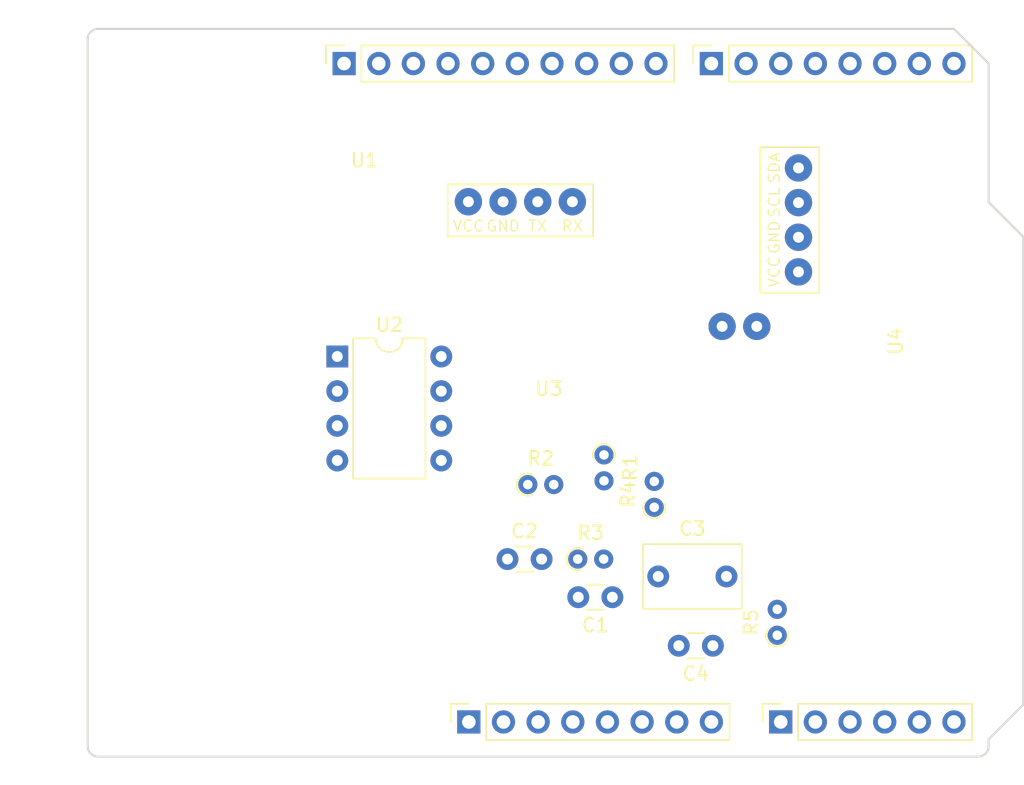
<source format=kicad_pcb>
(kicad_pcb (version 20211014) (generator pcbnew)
  (title_block (date "mar. 31 mars 2015"))
  (layers (0 "F.Cu" signal) (31 "B.Cu" signal) (34 "B.Paste" user) (35 "F.Paste" user) (36 "B.SilkS" user "B.Silkscreen") (37 "F.SilkS" user "F.Silkscreen") (38 "B.Mask" user) (39 "F.Mask" user) (44 "Edge.Cuts" user))
  (net 0 "")
  (net 1 "GND")
  (net 3 "+5V")
  (net 4 "/IOREF")
  (net 5 "/A0")
  (net 6 "/A1")
  (net 7 "/A2")
  (net 8 "/A3")
  (net 9 "/SDA{slash}A4")
  (net 10 "/SCL{slash}A5")
  (net 11 "/13")
  (net 12 "/12")
  (net 13 "/AREF")
  (net 14 "/8")
  (net 15 "/7")
  (net 16 "Net-(C1-Pad1)")
  (net 17 "/*9")
  (net 18 "/4")
  (net 19 "/2")
  (net 20 "/*6")
  (net 21 "/*5")
  (net 22 "/TX{slash}1")
  (net 23 "/*3")
  (net 24 "/RX{slash}0")
  (net 25 "+3V3")
  (net 26 "VCC")
  (net 27 "/~{RESET}")
  (net 28 "/*11{slash}RX")
  (net 29 "/*10{slash}TX")
  (net 30 "Net-(R1-Pad1)")
  (net 31 "Net-(C3-Pad2)")
  (net 32 "/A5")
  (net 33 "/A4")
  (footprint "Connector_PinSocket_2.54mm:PinSocket_1x08_P2.54mm_Vertical" (layer "F.Cu") (at 127.94 97.46 90)
    (fp_text reference "J1" hide)
    (fp_text value "Power")
    (fp_line (start -1.33 19.11) (end 1.33 19.11) (layer "F.SilkS") (width 0.12))
    (fp_line (start 1.33 1.27) (end 1.33 19.11) (layer "F.SilkS") (width 0.12))
    (fp_line (start -1.33 1.27) (end 1.33 1.27) (layer "F.SilkS") (width 0.12))
    (fp_line (start 0 -1.33) (end 1.33 -1.33) (layer "F.SilkS") (width 0.12))
    (fp_line (start 1.33 -1.33) (end 1.33 0) (layer "F.SilkS") (width 0.12))
    (fp_line (start -1.33 1.27) (end -1.33 19.11) (layer "F.SilkS") (width 0.12))
    (pad "1" thru_hole rect locked (at 0 0 90) (size 1.7 1.7) (drill 1) (layers *.Cu *.Mask))
    (pad "2" thru_hole oval locked (at 0 2.54 90) (size 1.7 1.7) (drill 1) (layers *.Cu *.Mask) (net 4 "/IOREF"))
    (pad "3" thru_hole oval locked (at 0 5.08 90) (size 1.7 1.7) (drill 1) (layers *.Cu *.Mask) (net 27 "/~{RESET}"))
    (pad "4" thru_hole oval locked (at 0 7.62 90) (size 1.7 1.7) (drill 1) (layers *.Cu *.Mask) (net 25 "+3V3"))
    (pad "5" thru_hole oval locked (at 0 10.16 90) (size 1.7 1.7) (drill 1) (layers *.Cu *.Mask) (net 3 "+5V"))
    (pad "6" thru_hole oval locked (at 0 12.7 90) (size 1.7 1.7) (drill 1) (layers *.Cu *.Mask) (net 1 "GND"))
    (pad "7" thru_hole oval locked (at 0 15.24 90) (size 1.7 1.7) (drill 1) (layers *.Cu *.Mask) (net 1 "GND"))
    (pad "8" thru_hole oval locked (at 0 17.78 90) (size 1.7 1.7) (drill 1) (layers *.Cu *.Mask) (net 26 "VCC"))
  )
  (footprint "Connector_PinSocket_2.54mm:PinSocket_1x06_P2.54mm_Vertical" (layer "F.Cu") (at 150.8 97.46 90)
    (fp_text reference "J3" hide)
    (fp_text value "Analog")
    (fp_line (start 1.33 1.27) (end 1.33 14.03) (layer "F.SilkS") (width 0.12))
    (fp_line (start 0 -1.33) (end 1.33 -1.33) (layer "F.SilkS") (width 0.12))
    (fp_line (start -1.33 1.27) (end 1.33 1.27) (layer "F.SilkS") (width 0.12))
    (fp_line (start -1.33 1.27) (end -1.33 14.03) (layer "F.SilkS") (width 0.12))
    (fp_line (start -1.33 14.03) (end 1.33 14.03) (layer "F.SilkS") (width 0.12))
    (fp_line (start 1.33 -1.33) (end 1.33 0) (layer "F.SilkS") (width 0.12))
    (pad "1" thru_hole rect locked (at 0 0 90) (size 1.7 1.7) (drill 1) (layers *.Cu *.Mask) (net 5 "/A0"))
    (pad "2" thru_hole oval locked (at 0 2.54 90) (size 1.7 1.7) (drill 1) (layers *.Cu *.Mask) (net 6 "/A1"))
    (pad "3" thru_hole oval locked (at 0 5.08 90) (size 1.7 1.7) (drill 1) (layers *.Cu *.Mask) (net 7 "/A2"))
    (pad "4" thru_hole oval locked (at 0 7.62 90) (size 1.7 1.7) (drill 1) (layers *.Cu *.Mask) (net 8 "/A3"))
    (pad "5" thru_hole oval locked (at 0 10.16 90) (size 1.7 1.7) (drill 1) (layers *.Cu *.Mask) (net 9 "/SDA{slash}A4"))
    (pad "6" thru_hole oval locked (at 0 12.7 90) (size 1.7 1.7) (drill 1) (layers *.Cu *.Mask) (net 10 "/SCL{slash}A5"))
  )
  (footprint "Connector_PinSocket_2.54mm:PinSocket_1x10_P2.54mm_Vertical" (layer "F.Cu") (at 118.796 49.2 90)
    (fp_text reference "J2" hide)
    (fp_text value "Digital/PWM")
    (fp_line (start -1.33 24.19) (end 1.33 24.19) (layer "F.SilkS") (width 0.12))
    (fp_line (start -1.33 1.27) (end -1.33 24.19) (layer "F.SilkS") (width 0.12))
    (fp_line (start 1.33 -1.33) (end 1.33 0) (layer "F.SilkS") (width 0.12))
    (fp_line (start 0 -1.33) (end 1.33 -1.33) (layer "F.SilkS") (width 0.12))
    (fp_line (start 1.33 1.27) (end 1.33 24.19) (layer "F.SilkS") (width 0.12))
    (fp_line (start -1.33 1.27) (end 1.33 1.27) (layer "F.SilkS") (width 0.12))
    (pad "1" thru_hole rect locked (at 0 0 90) (size 1.7 1.7) (drill 1) (layers *.Cu *.Mask) (net 10 "/SCL{slash}A5"))
    (pad "2" thru_hole oval locked (at 0 2.54 90) (size 1.7 1.7) (drill 1) (layers *.Cu *.Mask) (net 9 "/SDA{slash}A4"))
    (pad "3" thru_hole oval locked (at 0 5.08 90) (size 1.7 1.7) (drill 1) (layers *.Cu *.Mask) (net 13 "/AREF"))
    (pad "4" thru_hole oval locked (at 0 7.62 90) (size 1.7 1.7) (drill 1) (layers *.Cu *.Mask) (net 1 "GND"))
    (pad "5" thru_hole oval locked (at 0 10.16 90) (size 1.7 1.7) (drill 1) (layers *.Cu *.Mask) (net 11 "/13"))
    (pad "6" thru_hole oval locked (at 0 12.7 90) (size 1.7 1.7) (drill 1) (layers *.Cu *.Mask) (net 12 "/12"))
    (pad "7" thru_hole oval locked (at 0 15.24 90) (size 1.7 1.7) (drill 1) (layers *.Cu *.Mask) (net 28 "/*11{slash}RX"))
    (pad "8" thru_hole oval locked (at 0 17.78 90) (size 1.7 1.7) (drill 1) (layers *.Cu *.Mask) (net 29 "/*10{slash}TX"))
    (pad "9" thru_hole oval locked (at 0 20.32 90) (size 1.7 1.7) (drill 1) (layers *.Cu *.Mask) (net 17 "/*9"))
    (pad "10" thru_hole oval locked (at 0 22.86 90) (size 1.7 1.7) (drill 1) (layers *.Cu *.Mask) (net 14 "/8"))
  )
  (footprint "Connector_PinSocket_2.54mm:PinSocket_1x08_P2.54mm_Vertical" (layer "F.Cu") (at 145.72 49.2 90)
    (fp_text reference "J4" hide)
    (fp_text value "Digital/PWM")
    (fp_line (start -1.33 19.11) (end 1.33 19.11) (layer "F.SilkS") (width 0.12))
    (fp_line (start -1.33 1.27) (end -1.33 19.11) (layer "F.SilkS") (width 0.12))
    (fp_line (start 0 -1.33) (end 1.33 -1.33) (layer "F.SilkS") (width 0.12))
    (fp_line (start -1.33 1.27) (end 1.33 1.27) (layer "F.SilkS") (width 0.12))
    (fp_line (start 1.33 -1.33) (end 1.33 0) (layer "F.SilkS") (width 0.12))
    (fp_line (start 1.33 1.27) (end 1.33 19.11) (layer "F.SilkS") (width 0.12))
    (pad "1" thru_hole rect locked (at 0 0 90) (size 1.7 1.7) (drill 1) (layers *.Cu *.Mask) (net 15 "/7"))
    (pad "2" thru_hole oval locked (at 0 2.54 90) (size 1.7 1.7) (drill 1) (layers *.Cu *.Mask) (net 20 "/*6"))
    (pad "3" thru_hole oval locked (at 0 5.08 90) (size 1.7 1.7) (drill 1) (layers *.Cu *.Mask) (net 21 "/*5"))
    (pad "4" thru_hole oval locked (at 0 7.62 90) (size 1.7 1.7) (drill 1) (layers *.Cu *.Mask) (net 18 "/4"))
    (pad "5" thru_hole oval locked (at 0 10.16 90) (size 1.7 1.7) (drill 1) (layers *.Cu *.Mask) (net 23 "/*3"))
    (pad "6" thru_hole oval locked (at 0 12.7 90) (size 1.7 1.7) (drill 1) (layers *.Cu *.Mask) (net 19 "/2"))
    (pad "7" thru_hole oval locked (at 0 15.24 90) (size 1.7 1.7) (drill 1) (layers *.Cu *.Mask) (net 22 "/TX{slash}1"))
    (pad "8" thru_hole oval locked (at 0 17.78 90) (size 1.7 1.7) (drill 1) (layers *.Cu *.Mask) (net 24 "/RX{slash}0"))
  )
  (footprint "Resistor_THT:R_Axial_DIN0204_L3.6mm_D1.6mm_P1.90mm_Vertical" (layer "F.Cu") (at 135.925 85.522)
    (fp_text reference "R3" (at 0.95 -1.92) (layer "F.SilkS"))
    (fp_text value "R")
    (fp_arc (start 0.320095 0.749359) (mid -0.813042 -0.054435) (end 0.417133 -0.7) (layer "F.SilkS") (width 0.12))
    (pad "1" thru_hole circle (at 0 0) (size 1.4 1.4) (drill 0.7) (layers *.Cu *.Mask) (net 1 "GND"))
    (pad "2" thru_hole oval (at 1.9 0) (size 1.4 1.4) (drill 0.7) (layers *.Cu *.Mask) (net 16 "Net-(C1-Pad1)"))
  )
  (footprint "Resistor_THT:R_Axial_DIN0204_L3.6mm_D1.6mm_P1.90mm_Vertical" (layer "F.Cu") (at 141.529 81.728 90)
    (fp_text reference "R4" (at 0.95 -1.92 90) (layer "F.SilkS"))
    (fp_text value "R")
    (fp_arc (start 0.320095 0.749359) (mid -0.813042 -0.054435) (end 0.417133 -0.7) (layer "F.SilkS") (width 0.12))
    (pad "1" thru_hole circle (at 0 0 90) (size 1.4 1.4) (drill 0.7) (layers *.Cu *.Mask) (net 31 "Net-(C3-Pad2)"))
    (pad "2" thru_hole oval (at 1.9 0 90) (size 1.4 1.4) (drill 0.7) (layers *.Cu *.Mask) (net 16 "Net-(C1-Pad1)"))
  )
  (footprint "Capacitor_THT:C_Rect_L7.0mm_W4.5mm_P5.00mm" (layer "F.Cu") (at 141.823 86.792)
    (fp_text reference "C3" (at 2.5 -3.5) (layer "F.SilkS"))
    (fp_text value "C")
    (fp_line (start -1.12 -2.37) (end -1.12 2.37) (layer "F.SilkS") (width 0.12))
    (fp_line (start -1.12 -2.37) (end 6.12 -2.37) (layer "F.SilkS") (width 0.12))
    (fp_line (start 6.12 -2.37) (end 6.12 2.37) (layer "F.SilkS") (width 0.12))
    (fp_line (start -1.12 2.37) (end 6.12 2.37) (layer "F.SilkS") (width 0.12))
    (pad "1" thru_hole circle (at 0 0) (size 1.6 1.6) (drill 0.8) (layers *.Cu *.Mask) (net 16 "Net-(C1-Pad1)"))
    (pad "2" thru_hole circle (at 5 0) (size 1.6 1.6) (drill 0.8) (layers *.Cu *.Mask) (net 31 "Net-(C3-Pad2)"))
  )
  (footprint "Capacitor_THT:C_Disc_D3.0mm_W1.6mm_P2.50mm" (layer "F.Cu") (at 130.774 85.522)
    (fp_text reference "C2" (at 1.25 -2.05) (layer "F.SilkS"))
    (fp_text value "C")
    (fp_line (start 0.621 0.92) (end 1.879 0.92) (layer "F.SilkS") (width 0.12))
    (fp_line (start 0.621 -0.92) (end 1.879 -0.92) (layer "F.SilkS") (width 0.12))
    (pad "1" thru_hole circle (at 0 0) (size 1.6 1.6) (drill 0.8) (layers *.Cu *.Mask) (net 3 "+5V"))
    (pad "2" thru_hole circle (at 2.5 0) (size 1.6 1.6) (drill 0.8) (layers *.Cu *.Mask) (net 1 "GND"))
  )
  (footprint "Resistor_THT:R_Axial_DIN0204_L3.6mm_D1.6mm_P1.90mm_Vertical" (layer "F.Cu") (at 150.546 91.105 90)
    (fp_text reference "R5" (at 0.95 -1.92 90) (layer "F.SilkS"))
    (fp_text value "R")
    (fp_arc (start 0.320095 0.749359) (mid -0.813042 -0.054435) (end 0.417133 -0.7) (layer "F.SilkS") (width 0.12))
    (pad "1" thru_hole circle (at 0 0 90) (size 1.4 1.4) (drill 0.7) (layers *.Cu *.Mask) (net 5 "/A0"))
    (pad "2" thru_hole oval (at 1.9 0 90) (size 1.4 1.4) (drill 0.7) (layers *.Cu *.Mask) (net 31 "Net-(C3-Pad2)"))
  )
  (footprint "Resistor_THT:R_Axial_DIN0204_L3.6mm_D1.6mm_P1.90mm_Vertical" (layer "F.Cu") (at 137.846 77.886 -90)
    (fp_text reference "R1" (at 0.95 -1.92 90) (layer "F.SilkS"))
    (fp_text value "R")
    (fp_arc (start 0.320095 0.749359) (mid -0.813042 -0.054435) (end 0.417133 -0.7) (layer "F.SilkS") (width 0.12))
    (pad "1" thru_hole circle (at 0 0 270) (size 1.4 1.4) (drill 0.7) (layers *.Cu *.Mask) (net 30 "Net-(R1-Pad1)"))
    (pad "2" thru_hole oval (at 1.9 0 270) (size 1.4 1.4) (drill 0.7) (layers *.Cu *.Mask) (net 16 "Net-(C1-Pad1)"))
  )
  (footprint "Arduino_MountingHole:MountingHole_3.2mm" (layer "F.Cu") (at 115.24 49.2)
    (fp_text reference "MH1" hide)
    (fp_text value "MountingHole_3.2mm" hide)
    (pad "" np_thru_hole circle locked (at 0 0) (size 3.2 3.2) (drill 3.2) (layers *.Cu *.Mask))
  )
  (footprint "Resistor_THT:R_Axial_DIN0204_L3.6mm_D1.6mm_P1.90mm_Vertical" (layer "F.Cu") (at 132.263 80.061)
    (fp_text reference "R2" (at 0.95 -1.92) (layer "F.SilkS"))
    (fp_text value "R")
    (fp_arc (start 0.320095 0.749359) (mid -0.813042 -0.054435) (end 0.417133 -0.7) (layer "F.SilkS") (width 0.12))
    (pad "1" thru_hole circle (at 0 0) (size 1.4 1.4) (drill 0.7) (layers *.Cu *.Mask) (net 1 "GND"))
    (pad "2" thru_hole oval (at 1.9 0) (size 1.4 1.4) (drill 0.7) (layers *.Cu *.Mask) (net 16 "Net-(C1-Pad1)"))
  )
  (footprint "New_footprints:capteur" (layer "F.Cu") (at 133.805 73.545)
    (fp_text reference "U3" (at 0 -0.5 unlocked) (layer "F.SilkS"))
    (fp_text value "capteur")
    (pad "1" thru_hole circle (at 15.24 -5.08) (size 2 2) (drill 0.8) (layers *.Cu *.Mask))
    (pad "1" thru_hole circle (at 12.7 -5.08) (size 2 2) (drill 0.8) (layers *.Cu *.Mask))
  )
  (footprint "New_footprints:Bluetooth" (layer "F.Cu") (at 120.288 56.788)
    (fp_text reference "U1" (at 0 -0.5 unlocked) (layer "F.SilkS"))
    (fp_text value "Blutooth_HC06")
    (fp_text user "GND" (at 10.16 4.318 unlocked) (layer "F.SilkS") (effects (font (size 0.8 0.8) (thickness 0.1))))
    (fp_text user "RX" (at 15.24 4.318 unlocked) (layer "F.SilkS") (effects (font (size 0.8 0.8) (thickness 0.1))))
    (fp_text user "TX" (at 12.7 4.318 unlocked) (layer "F.SilkS") (effects (font (size 0.8 0.8) (thickness 0.1))))
    (fp_text user "VCC" (at 7.62 4.318 unlocked) (layer "F.SilkS") (effects (font (size 0.8 0.8) (thickness 0.1))))
    (fp_rect (start 6.096 1.27) (end 16.764 5.08) (layer "F.SilkS") (width 0.12) (fill none))
    (pad "1" thru_hole circle (at 7.62 2.54) (size 2 2) (drill 0.8) (layers *.Cu *.Mask) (net 26 "VCC"))
    (pad "2" thru_hole circle (at 10.16 2.54) (size 2 2) (drill 0.8) (layers *.Cu *.Mask) (net 1 "GND"))
    (pad "3" thru_hole circle (at 12.7 2.54) (size 2 2) (drill 0.8) (layers *.Cu *.Mask) (net 29 "/*10{slash}TX"))
    (pad "4" thru_hole circle (at 15.24 2.54) (size 2 2) (drill 0.8) (layers *.Cu *.Mask) (net 28 "/*11{slash}RX"))
  )
  (footprint "Package_DIP:DIP-8_W7.62mm" (layer "F.Cu") (at 118.298 70.673)
    (fp_text reference "U2" (at 3.81 -2.33) (layer "F.SilkS"))
    (fp_text value "LTC1050")
    (fp_line (start 1.16 8.95) (end 6.46 8.95) (layer "F.SilkS") (width 0.12))
    (fp_line (start 6.46 -1.33) (end 4.81 -1.33) (layer "F.SilkS") (width 0.12))
    (fp_line (start 6.46 8.95) (end 6.46 -1.33) (layer "F.SilkS") (width 0.12))
    (fp_line (start 2.81 -1.33) (end 1.16 -1.33) (layer "F.SilkS") (width 0.12))
    (fp_line (start 1.16 -1.33) (end 1.16 8.95) (layer "F.SilkS") (width 0.12))
    (fp_arc (start 4.81 -1.33) (mid 3.81 -0.33) (end 2.81 -1.33) (layer "F.SilkS") (width 0.12))
    (pad "1" thru_hole rect (at 0 0) (size 1.6 1.6) (drill 0.8) (layers *.Cu *.Mask))
    (pad "2" thru_hole oval (at 0 2.54) (size 1.6 1.6) (drill 0.8) (layers *.Cu *.Mask))
    (pad "3" thru_hole oval (at 0 5.08) (size 1.6 1.6) (drill 0.8) (layers *.Cu *.Mask))
    (pad "4" thru_hole oval (at 0 7.62) (size 1.6 1.6) (drill 0.8) (layers *.Cu *.Mask))
    (pad "5" thru_hole oval (at 7.62 7.62) (size 1.6 1.6) (drill 0.8) (layers *.Cu *.Mask))
    (pad "6" thru_hole oval (at 7.62 5.08) (size 1.6 1.6) (drill 0.8) (layers *.Cu *.Mask))
    (pad "7" thru_hole oval (at 7.62 2.54) (size 1.6 1.6) (drill 0.8) (layers *.Cu *.Mask))
    (pad "8" thru_hole oval (at 7.62 0) (size 1.6 1.6) (drill 0.8) (layers *.Cu *.Mask))
  )
  (footprint "New_footprints:OLED" (layer "F.Cu") (at 159.722 69.552 90)
    (fp_text reference "U4" (at 0 -0.5 90 unlocked) (layer "F.SilkS"))
    (fp_text value "oled")
    (fp_text user "GND" (at 7.62 -9.398 90 unlocked) (layer "F.SilkS") (effects (font (size 0.8 0.8) (thickness 0.1))))
    (fp_text user "SCL" (at 10.16 -9.398 90 unlocked) (layer "F.SilkS") (effects (font (size 0.8 0.8) (thickness 0.1))))
    (fp_text user "SDA" (at 12.7 -9.398 90 unlocked) (layer "F.SilkS") (effects (font (size 0.8 0.8) (thickness 0.1))))
    (fp_text user "VCC" (at 5.08 -9.398 90 unlocked) (layer "F.SilkS") (effects (font (size 0.8 0.8) (thickness 0.1))))
    (fp_rect (start 14.224 -6.096) (end 3.556 -10.414) (layer "F.SilkS") (width 0.12) (fill none))
    (pad "1" thru_hole circle (at 5.08 -7.62 90) (size 2 2) (drill 0.8) (layers *.Cu *.Mask) (net 26 "VCC"))
    (pad "2" thru_hole circle (at 7.62 -7.62 90) (size 2 2) (drill 0.8) (layers *.Cu *.Mask) (net 1 "GND"))
    (pad "3" thru_hole circle (at 10.16 -7.62 90) (size 2 2) (drill 0.8) (layers *.Cu *.Mask) (net 32 "/A5"))
    (pad "4" thru_hole circle (at 12.7 -7.62 90) (size 2 2) (drill 0.8) (layers *.Cu *.Mask) (net 33 "/A4"))
  )
  (footprint "Capacitor_THT:C_Disc_D3.0mm_W1.6mm_P2.50mm" (layer "F.Cu") (at 138.461 88.316 180)
    (fp_text reference "C1" (at 1.25 -2.05) (layer "F.SilkS"))
    (fp_text value "C")
    (fp_line (start 0.621 -0.92) (end 1.879 -0.92) (layer "F.SilkS") (width 0.12))
    (fp_line (start 0.621 0.92) (end 1.879 0.92) (layer "F.SilkS") (width 0.12))
    (pad "1" thru_hole circle (at 0 0 180) (size 1.6 1.6) (drill 0.8) (layers *.Cu *.Mask) (net 16 "Net-(C1-Pad1)"))
    (pad "2" thru_hole circle (at 2.5 0 180) (size 1.6 1.6) (drill 0.8) (layers *.Cu *.Mask) (net 1 "GND"))
  )
  (footprint "Capacitor_THT:C_Disc_D3.0mm_W1.6mm_P2.50mm" (layer "F.Cu") (at 145.827 91.872 180)
    (fp_text reference "C4" (at 1.25 -2.05) (layer "F.SilkS"))
    (fp_text value "C")
    (fp_line (start 0.621 -0.92) (end 1.879 -0.92) (layer "F.SilkS") (width 0.12))
    (fp_line (start 0.621 0.92) (end 1.879 0.92) (layer "F.SilkS") (width 0.12))
    (pad "1" thru_hole circle (at 0 0 180) (size 1.6 1.6) (drill 0.8) (layers *.Cu *.Mask) (net 5 "/A0"))
    (pad "2" thru_hole circle (at 2.5 0 180) (size 1.6 1.6) (drill 0.8) (layers *.Cu *.Mask) (net 1 "GND"))
  )
  (footprint "Arduino_MountingHole:MountingHole_3.2mm" (layer "F.Cu") (at 113.97 97.46)
    (fp_text reference "MH2" hide)
    (fp_text value "MountingHole_3.2mm" hide)
    (pad "" np_thru_hole circle locked (at 0 0) (size 3.2 3.2) (drill 3.2) (layers *.Cu *.Mask))
  )
  (footprint "Arduino_MountingHole:MountingHole_3.2mm" (layer "F.Cu") (at 166.04 64.44)
    (fp_text reference "MH3" hide)
    (fp_text value "MountingHole_3.2mm" hide)
    (pad "" np_thru_hole circle locked (at 0 0) (size 3.2 3.2) (drill 3.2) (layers *.Cu *.Mask))
  )
  (footprint "Arduino_MountingHole:MountingHole_3.2mm" (layer "F.Cu") (at 166.04 92.38)
    (fp_text reference "MH4" hide)
    (fp_text value "MountingHole_3.2mm" hide)
    (pad "" np_thru_hole circle locked (at 0 0) (size 3.2 3.2) (drill 3.2) (layers *.Cu *.Mask))
  )
  (gr_line (start 166.04 59.36) (end 168.58 61.9) (layer "Edge.Cuts") (width 0.15))
  (gr_line (start 100 99.238) (end 100 47.422) (layer "Edge.Cuts") (width 0.15))
  (gr_line (start 168.58 61.9) (end 168.58 96.19) (layer "Edge.Cuts") (width 0.15))
  (gr_line (start 165.278 100) (end 100.762 100) (layer "Edge.Cuts") (width 0.15))
  (gr_line (start 100.762 46.66) (end 163.5 46.66) (layer "Edge.Cuts") (width 0.15))
  (gr_arc (start 100.762 100) (mid 100.223185 99.776815) (end 100 99.238) (layer "Edge.Cuts") (width 0.15))
  (gr_line (start 168.58 96.19) (end 166.04 98.73) (layer "Edge.Cuts") (width 0.15))
  (gr_line (start 163.5 46.66) (end 166.04 49.2) (layer "Edge.Cuts") (width 0.15))
  (gr_arc (start 166.04 99.238) (mid 165.816815 99.776815) (end 165.278 100) (layer "Edge.Cuts") (width 0.15))
  (gr_line (start 166.04 49.2) (end 166.04 59.36) (layer "Edge.Cuts") (width 0.15))
  (gr_line (start 166.04 98.73) (end 166.04 99.238) (layer "Edge.Cuts") (width 0.15))
  (gr_arc (start 100 47.422) (mid 100.223185 46.883185) (end 100.762 46.66) (layer "Edge.Cuts") (width 0.15))
)
</source>
